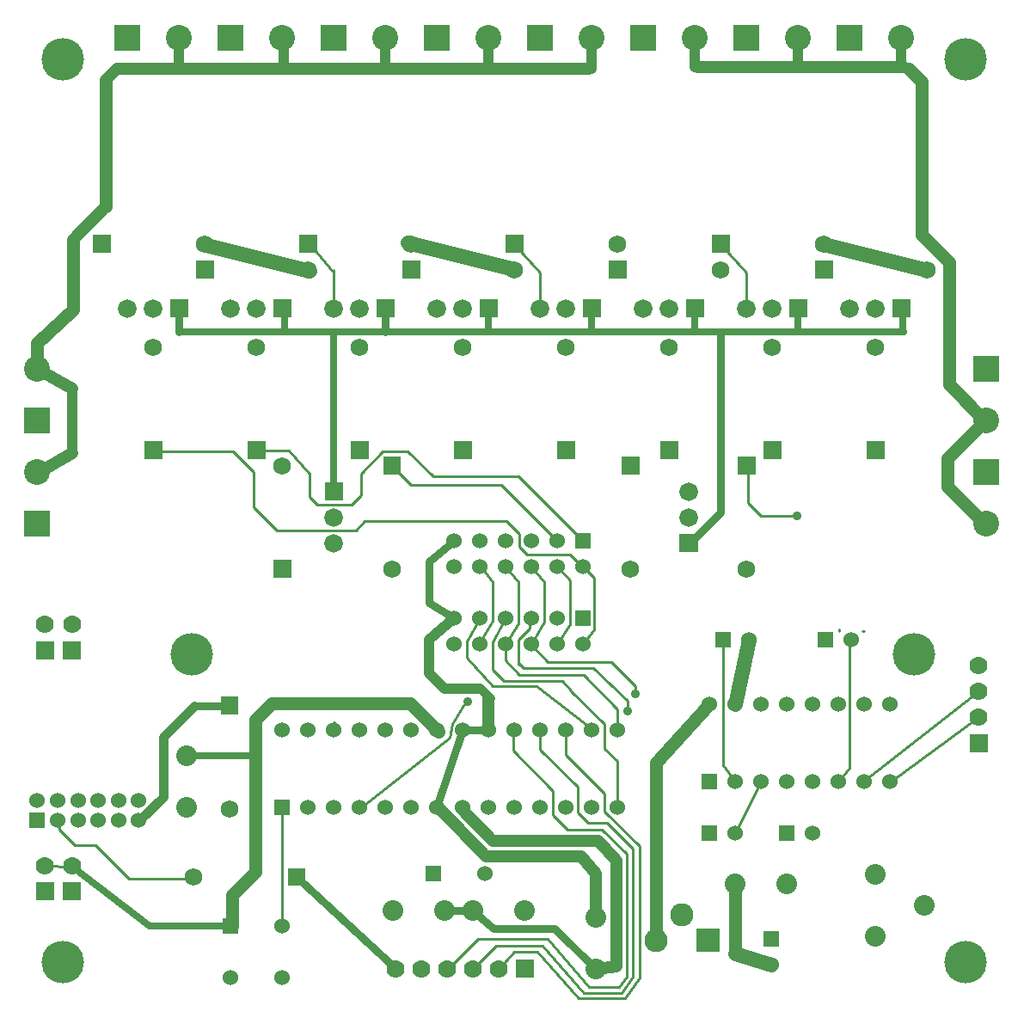
<source format=gbl>
G04 start of page 3 for group 1 idx 1 *
G04 Title: (unknown), ground *
G04 Creator: pcb 20110918 *
G04 CreationDate: Wed 30 Apr 2014 02:44:00 GMT UTC *
G04 For: ksarkies *
G04 Format: Gerber/RS-274X *
G04 PCB-Dimensions: 390000 390000 *
G04 PCB-Coordinate-Origin: lower left *
%MOIN*%
%FSLAX25Y25*%
%LNBOTTOM*%
%ADD66C,0.0280*%
%ADD65C,0.0590*%
%ADD64C,0.0394*%
%ADD63C,0.1140*%
%ADD62C,0.0280*%
%ADD61C,0.0380*%
%ADD60C,0.0420*%
%ADD59C,0.0200*%
%ADD58C,0.0360*%
%ADD57C,0.0800*%
%ADD56C,0.1000*%
%ADD55C,0.1650*%
%ADD54C,0.0700*%
%ADD53C,0.0680*%
%ADD52C,0.0720*%
%ADD51C,0.0800*%
%ADD50C,0.0900*%
%ADD49C,0.0600*%
%ADD48C,0.0001*%
%ADD47C,0.0550*%
%ADD46C,0.0400*%
%ADD45C,0.0350*%
%ADD44C,0.0500*%
%ADD43C,0.0250*%
%ADD42C,0.0300*%
%ADD41C,0.0450*%
%ADD40C,0.0100*%
G54D40*X375000Y125000D02*X330500Y90500D01*
X375000Y115000D02*X341000Y90000D01*
X325000Y95500D02*X320500Y90000D01*
X325000Y145000D02*Y95500D01*
X170000Y107000D02*X135500Y80000D01*
G54D41*X165500D02*X184000Y61000D01*
X175000Y79000D02*X186500Y67000D01*
G54D42*X185000Y110000D02*X175000D01*
G54D40*Y82000D02*Y80000D01*
G54D42*Y110000D02*X165000Y80500D01*
G54D40*X175000Y110000D02*X165000Y80500D01*
X175000Y110000D02*X165000Y80500D01*
X170000Y107000D02*X171000Y112500D01*
X175000Y80000D02*Y82000D01*
X135000Y80000D02*X135500D01*
X125000Y110000D02*Y113000D01*
Y110000D02*Y113000D01*
Y110000D01*
X105000Y80000D02*Y34000D01*
X125000Y113000D02*X125100D01*
X125000D02*X125100D01*
X125000D01*
G54D43*X94500Y100000D02*X68000D01*
G54D42*X71000Y119500D02*X85000D01*
G54D40*X85500Y119000D01*
G54D44*Y34000D02*Y46000D01*
X94500Y55000D01*
Y114000D01*
G54D40*X168000Y40000D02*X168500D01*
X168000D02*X168500D01*
X168000D01*
G54D42*X179000D02*X168500D01*
G54D40*X179000Y39000D02*X180000D01*
G54D42*X168500Y40000D02*X168000D01*
X110500Y53000D02*X149500Y17000D01*
G54D40*X169000D02*X169500D01*
G54D42*X180000Y39000D02*X187000Y33000D01*
G54D40*X188000Y26500D02*X179500Y18000D01*
X181000Y29000D02*X169000Y17000D01*
X171000Y112500D02*X175000Y119000D01*
G54D43*X85000Y34000D02*X53500D01*
G54D40*X70500Y52500D02*X45500D01*
X84500Y80000D02*Y79500D01*
X50000Y74500D02*Y75500D01*
G54D45*X59000Y84000D01*
Y106500D01*
G54D43*X53500Y34000D02*X23500Y57000D01*
G54D40*X18500Y74500D02*Y71500D01*
X24500Y65500D01*
X23500Y57000D02*X12500Y57500D01*
X45500Y52500D02*X32500Y65500D01*
X24500D01*
G54D41*X226500Y37500D02*Y54500D01*
G54D46*Y37500D02*Y54500D01*
Y37500D02*Y54500D01*
G54D41*X221000Y61000D02*X184000D01*
X221000D02*X226500Y54500D01*
G54D44*X250000Y97500D02*Y28500D01*
G54D41*X234500Y59500D02*Y18500D01*
G54D40*X238500Y62000D02*Y14500D01*
X243500Y65000D02*Y14000D01*
G54D44*X280500Y50500D02*Y23500D01*
G54D47*X294500Y19000D01*
G54D41*X234500Y18500D02*X227000Y17500D01*
G54D40*X230000Y85500D02*Y78500D01*
X243500Y65000D01*
X219500Y88000D02*Y78000D01*
X223500Y74000D01*
X231000D01*
X241000Y64000D01*
Y14500D01*
X229000Y71500D02*X238500Y62000D01*
G54D41*X186500Y67000D02*X227500D01*
X234500Y59500D01*
G54D40*X210000Y77000D02*X215500Y71500D01*
X229000D01*
X243500Y14000D02*X238000Y6000D01*
X220000D01*
X204000Y24000D01*
X222000Y8000D02*X206000Y26500D01*
X224000Y10500D02*X208000Y29000D01*
X241000Y14500D02*X236500Y8000D01*
X238500Y14500D02*X235500Y10500D01*
X236500Y8000D02*X222000D01*
X235500Y10500D02*X224000D01*
G54D42*X187000Y33000D02*X210500D01*
X227000Y17000D01*
G54D40*X204000Y24000D02*X195000D01*
X189000Y17500D01*
X206000Y26500D02*X188000D01*
X208000Y29000D02*X181000D01*
G54D45*X59000Y107500D02*X71000Y119500D01*
G54D46*X23500Y241500D02*Y217500D01*
G54D41*X11000Y210000D01*
G54D44*X94500Y114000D02*X101000Y120500D01*
G54D40*X201500Y175500D02*Y173500D01*
X197000Y186000D02*Y181000D01*
X200000Y178000D01*
X192000Y191000D02*X197000Y186000D01*
G54D42*X162000Y175500D02*Y159500D01*
Y175500D02*X171500Y183500D01*
X162000Y159500D02*X171500Y153500D01*
G54D40*X190000Y205000D02*X155000D01*
X147500Y212500D01*
X163500Y208500D02*X196500D01*
X137000Y191000D02*X192000D01*
X135500Y201000D02*Y209500D01*
X132000Y197500D02*X135500Y201000D01*
X133500Y187500D02*X137000Y191000D01*
X135500Y209500D02*X144000Y218000D01*
X153500D01*
X163500Y208500D01*
X186500Y167500D02*Y152500D01*
X181500Y174000D02*X186500Y167500D01*
X181500Y173500D02*Y174000D01*
X186500Y152500D02*X181500Y144000D01*
G54D46*X171500Y153500D02*X162000Y145000D01*
Y144500D02*Y132000D01*
G54D40*X176500Y144500D02*Y138000D01*
G54D44*X154500Y120500D02*X165500Y109500D01*
G54D40*X176500Y144500D02*X181500Y153500D01*
G54D46*X162000Y132000D02*X168000Y126000D01*
X181500D01*
G54D40*X175000Y119000D02*X176500Y121500D01*
G54D45*X181500Y126500D02*X185500Y122500D01*
G54D44*X101000Y120500D02*X154500D01*
G54D40*X176500Y138000D02*X186500Y127000D01*
X197000Y131500D02*X191500Y137000D01*
G54D44*X24000Y273000D02*X10000Y260000D01*
Y250000D01*
G54D41*X23500Y242500D01*
G54D42*X66000Y273500D02*X65000D01*
Y264500D02*Y273500D01*
G54D47*X115500Y288000D02*X75500Y298000D01*
G54D40*X115000Y298500D02*Y299500D01*
X125000Y287500D02*X115000Y299500D01*
X125000Y288500D02*Y273500D01*
G54D44*X24000Y300000D02*Y273000D01*
X36500Y362000D02*Y313000D01*
G54D41*X24000Y300000D01*
G54D46*X65000Y378500D02*Y366500D01*
X105500Y375500D02*Y366500D01*
G54D41*X65500D02*X41000D01*
X36500Y362000D01*
G54D43*X125000Y263500D02*Y202500D01*
G54D40*X95500Y218500D02*X107500D01*
X115500Y209500D01*
X94000Y196500D02*X103000Y187500D01*
X133500D01*
X115500Y209500D02*Y200500D01*
X118500Y197500D01*
X132000D01*
X55500Y218000D02*X86000D01*
X94000Y210000D01*
Y196500D01*
G54D43*X65000Y264500D02*X346000D01*
X185000D02*Y273500D01*
X225000D02*Y264500D01*
G54D40*X285000Y287500D02*Y273500D01*
X205000Y287500D02*Y273500D01*
G54D43*X265000Y264500D02*Y273500D01*
G54D47*X193500Y289000D02*X153500Y299000D01*
G54D43*X106000Y264500D02*Y273500D01*
G54D40*X205000Y287500D02*X195000Y298500D01*
G54D42*X145000Y264500D02*Y273500D01*
G54D46*X225000Y366500D02*Y378500D01*
G54D41*X224000Y366500D02*X65000D01*
G54D46*X145000Y376000D02*Y367000D01*
X185000Y375000D02*Y366000D01*
X265000Y376000D02*Y367000D01*
G54D40*X226000Y169000D02*Y149000D01*
X216500Y168000D02*Y151000D01*
X226000Y149000D02*X221500Y143500D01*
X226000Y169000D02*X221500Y173500D01*
X212000Y173000D02*X216500Y168000D01*
X211500Y173500D02*Y173000D01*
X212000D01*
X222000Y183500D02*X221500D01*
X216500Y178000D02*X221500Y173000D01*
X196500Y167500D02*X191500Y173500D01*
Y143500D02*Y137000D01*
Y153500D02*X191000Y152500D01*
X186500Y144000D01*
X196500Y151500D02*X191500Y143500D01*
X196500Y145000D02*Y139000D01*
X201500Y173500D02*X206500Y167500D01*
X200000Y178000D02*X216500D01*
X196500Y167500D02*Y151500D01*
X206500Y167500D02*Y152000D01*
X201500Y143500D01*
X211500D02*X216500Y151000D01*
X201000Y153000D02*Y149500D01*
X196500Y145000D01*
X212500Y182500D02*X190000Y205000D01*
X196500Y208500D02*X222000Y183000D01*
G54D47*X355000Y288500D02*X315000Y298500D01*
G54D43*X345000Y274000D02*X345500D01*
G54D44*X353000Y302000D02*X363500Y291500D01*
X353000Y361500D02*Y302000D01*
G54D43*X305000Y274500D02*Y265500D01*
G54D40*X285000Y287500D02*X275000Y298500D01*
G54D41*X346000Y367000D02*X266000D01*
G54D46*X305000Y376000D02*Y367000D01*
X345000Y376500D02*Y367500D01*
G54D40*X346500Y366500D02*X348000D01*
G54D44*X353000Y361500D01*
G54D42*X275000Y264000D02*Y194500D01*
X262500Y182000D01*
G54D43*X345000Y273500D02*Y274000D01*
X345500Y265000D02*Y274000D01*
G54D44*X363500Y291500D02*Y244000D01*
X378000Y229500D01*
X377500Y230000D02*X363000Y215500D01*
Y204500D01*
X378000Y189500D01*
G54D40*X285500Y211500D02*Y198000D01*
X290500Y193000D01*
X305000D01*
X330500Y148500D02*X330000D01*
X321000Y149000D02*Y148500D01*
G54D44*X270000Y119500D02*X250000Y97500D01*
G54D40*X235000Y118000D02*Y110000D01*
X239000Y121500D02*Y117500D01*
X230000Y112500D02*Y102650D01*
X235000Y98000D02*Y80000D01*
Y98000D02*X230000Y102650D01*
X215000Y100500D02*X230000Y85500D01*
X205000Y102500D02*X219500Y88000D01*
X194500Y102000D02*X210000Y86500D01*
Y77000D01*
X280500Y90000D02*X276000Y96500D01*
X290500Y90000D02*X280500Y70000D01*
G54D41*X185000Y122500D02*Y110000D01*
G54D40*X194500Y109500D02*Y102000D01*
X196500Y144500D02*Y135500D01*
X181500Y143500D02*Y144000D01*
X186500D02*Y133500D01*
X191000Y129000D01*
X213500D01*
X208000Y136500D02*X201500Y143000D01*
X198500Y134000D02*X196500Y136000D01*
X186500Y127000D02*X203500D01*
X225500Y110000D01*
X205000Y109500D02*Y102500D01*
X203500Y127000D03*
X213500Y129000D02*X217000Y125500D01*
Y125000D02*X230000Y112500D01*
X235000Y118000D02*X222000Y131500D01*
X225000Y110000D02*X225500D01*
X215000Y110500D02*Y100500D01*
X225500Y134000D02*X239000Y121500D01*
X242000Y127000D02*X232500Y136500D01*
X242000Y124000D02*Y127000D01*
X232500Y136500D02*X208000D01*
X225500Y134000D02*X198500D01*
X222000Y131500D02*X197000D01*
G54D47*X286000Y145000D02*X280500Y120000D01*
G54D40*X276000Y145000D02*Y96500D01*
G54D48*G36*
X291500Y32000D02*Y26000D01*
X297500D01*
Y32000D01*
X291500D01*
G37*
G54D49*X294500Y19000D03*
G54D48*G36*
X265500Y33000D02*Y24000D01*
X274500D01*
Y33000D01*
X265500D01*
G37*
G54D50*X260000Y38500D03*
X250000Y28500D03*
G54D51*X226500Y17500D03*
Y37500D03*
X280500Y50500D03*
X300500D03*
G54D52*X325000Y273500D03*
G54D48*G36*
X301400Y277100D02*Y269900D01*
X308600D01*
Y277100D01*
X301400D01*
G37*
G54D52*X295000Y273500D03*
G54D53*Y258500D03*
X315000Y298500D03*
G54D48*G36*
X311600Y291900D02*Y285100D01*
X318400D01*
Y291900D01*
X311600D01*
G37*
G54D52*X285000Y273500D03*
G54D48*G36*
X261400Y277100D02*Y269900D01*
X268600D01*
Y277100D01*
X261400D01*
G37*
G36*
X271600Y301900D02*Y295100D01*
X278400D01*
Y301900D01*
X271600D01*
G37*
G54D53*X275000Y288500D03*
G54D48*G36*
X331600Y221900D02*Y215100D01*
X338400D01*
Y221900D01*
X331600D01*
G37*
G36*
X291600D02*Y215100D01*
X298400D01*
Y221900D01*
X291600D01*
G37*
G36*
X251600D02*Y215100D01*
X258400D01*
Y221900D01*
X251600D01*
G37*
G54D52*X255000Y273500D03*
X245000D03*
G54D53*X255000Y258500D03*
G54D48*G36*
X231600Y291900D02*Y285100D01*
X238400D01*
Y291900D01*
X231600D01*
G37*
G54D53*X235000Y298500D03*
G54D48*G36*
X236600Y215900D02*Y209100D01*
X243400D01*
Y215900D01*
X236600D01*
G37*
G36*
X281600D02*Y209100D01*
X288400D01*
Y215900D01*
X281600D01*
G37*
G36*
X218500Y156500D02*Y150500D01*
X224500D01*
Y156500D01*
X218500D01*
G37*
G54D49*X221500Y143500D03*
X211500Y153500D03*
Y143500D03*
X201500Y153500D03*
Y143500D03*
X191500Y153500D03*
Y143500D03*
X181500Y153500D03*
Y143500D03*
X171500Y153500D03*
Y143500D03*
G54D53*X240000Y172500D03*
G54D48*G36*
X258900Y186100D02*Y178900D01*
X266100D01*
Y186100D01*
X258900D01*
G37*
G54D52*X262500Y192500D03*
Y202500D03*
G54D53*X285000Y172500D03*
G54D48*G36*
X267500Y73000D02*Y67000D01*
X273500D01*
Y73000D01*
X267500D01*
G37*
G54D49*X280500Y70000D03*
G54D48*G36*
X267500Y93000D02*Y87000D01*
X273500D01*
Y93000D01*
X267500D01*
G37*
G54D49*X280500Y90000D03*
X290500D03*
X300500D03*
X310500D03*
X320500D03*
X330500D03*
Y120000D03*
X320500D03*
X325500Y145000D03*
X310500Y120000D03*
Y70000D03*
G54D48*G36*
X312500Y148000D02*Y142000D01*
X318500D01*
Y148000D01*
X312500D01*
G37*
G54D49*X300500Y120000D03*
G54D48*G36*
X297500Y73000D02*Y67000D01*
X303500D01*
Y73000D01*
X297500D01*
G37*
G54D49*X290500Y120000D03*
X280500D03*
X270500D03*
G54D48*G36*
X273000Y148000D02*Y142000D01*
X279000D01*
Y148000D01*
X273000D01*
G37*
G54D49*X286000Y145000D03*
G54D48*G36*
X160500Y57500D02*Y51500D01*
X166500D01*
Y57500D01*
X160500D01*
G37*
G54D49*X183500Y54500D03*
X155000Y80000D03*
X165000D03*
G54D51*X168000Y40000D03*
G54D54*X169000Y17500D03*
X159000D03*
G54D51*X179000Y40000D03*
G54D54*Y17500D03*
G54D51*X199000Y40000D03*
G54D48*G36*
X195500Y21000D02*Y14000D01*
X202500D01*
Y21000D01*
X195500D01*
G37*
G54D54*X189000Y17500D03*
G54D48*G36*
X82000Y37000D02*Y31000D01*
X88000D01*
Y37000D01*
X82000D01*
G37*
G54D49*X105000Y34000D03*
Y14000D03*
X85000D03*
G54D48*G36*
X107100Y56400D02*Y49600D01*
X113900D01*
Y56400D01*
X107100D01*
G37*
G36*
X102000Y83000D02*Y77000D01*
X108000D01*
Y83000D01*
X102000D01*
G37*
G54D49*X115000Y80000D03*
X125000D03*
X135000D03*
X145000D03*
G54D51*X148000Y40000D03*
G54D54*X149000Y17500D03*
G54D55*X20000Y20000D03*
G54D49*X33622Y75000D03*
G54D48*G36*
X20000Y51000D02*Y44000D01*
X27000D01*
Y51000D01*
X20000D01*
G37*
G54D54*X23500Y57500D03*
G54D48*G36*
X9500Y51000D02*Y44000D01*
X16500D01*
Y51000D01*
X9500D01*
G37*
G54D54*X13000Y57500D03*
G54D49*X41496Y75000D03*
X49370D03*
X175000Y80000D03*
X185000D03*
X195000D03*
X205000D03*
X215000D03*
X225000D03*
X235000D03*
Y110000D03*
X225000D03*
X215000D03*
X205000D03*
X195000D03*
X185000D03*
X175000D03*
X165000D03*
X155000D03*
X145000D03*
X135000D03*
X125000D03*
X115000D03*
X105000D03*
G54D51*X68000Y100000D03*
G54D48*G36*
X81100Y122900D02*Y116100D01*
X87900D01*
Y122900D01*
X81100D01*
G37*
G54D55*X70000Y139500D03*
G54D48*G36*
X20000Y144500D02*Y137500D01*
X27000D01*
Y144500D01*
X20000D01*
G37*
G54D54*X23500Y151000D03*
G54D48*G36*
X9500Y144500D02*Y137500D01*
X16500D01*
Y144500D01*
X9500D01*
G37*
G54D54*X13000Y151000D03*
G54D51*X68000Y80000D03*
G54D53*X70500Y53000D03*
X84500Y79500D03*
G54D48*G36*
X7000Y78000D02*Y72000D01*
X13000D01*
Y78000D01*
X7000D01*
G37*
G54D49*X10000Y82874D03*
X17874Y75000D03*
Y82874D03*
X25748Y75000D03*
Y82874D03*
X33622D03*
X41496D03*
X49370D03*
G54D48*G36*
X5000Y195000D02*Y185000D01*
X15000D01*
Y195000D01*
X5000D01*
G37*
G54D56*X10000Y210000D03*
G54D48*G36*
X121400Y206100D02*Y198900D01*
X128600D01*
Y206100D01*
X121400D01*
G37*
G54D52*X125000Y192500D03*
Y182500D03*
G54D48*G36*
X101600Y175900D02*Y169100D01*
X108400D01*
Y175900D01*
X101600D01*
G37*
G54D53*X105000Y212500D03*
G54D48*G36*
X5000Y235000D02*Y225000D01*
X15000D01*
Y235000D01*
X5000D01*
G37*
G54D56*X10000Y250000D03*
G54D48*G36*
X61400Y277100D02*Y269900D01*
X68600D01*
Y277100D01*
X61400D01*
G37*
G54D52*X55000Y273500D03*
X45000D03*
G54D48*G36*
X101400Y277100D02*Y269900D01*
X108600D01*
Y277100D01*
X101400D01*
G37*
G54D52*X95000Y273500D03*
X85000D03*
G54D48*G36*
X141400Y277100D02*Y269900D01*
X148600D01*
Y277100D01*
X141400D01*
G37*
G54D52*X175000Y273500D03*
X165000D03*
X135000D03*
X125000D03*
G54D48*G36*
X71600Y291900D02*Y285100D01*
X78400D01*
Y291900D01*
X71600D01*
G37*
G36*
X31600Y301900D02*Y295100D01*
X38400D01*
Y301900D01*
X31600D01*
G37*
G54D53*X75000Y298500D03*
X115000Y288500D03*
G54D48*G36*
X111600Y301900D02*Y295100D01*
X118400D01*
Y301900D01*
X111600D01*
G37*
G54D53*X155000Y298500D03*
G54D48*G36*
X191600Y301900D02*Y295100D01*
X198400D01*
Y301900D01*
X191600D01*
G37*
G36*
X151600Y291900D02*Y285100D01*
X158400D01*
Y291900D01*
X151600D01*
G37*
G54D53*X195000Y288500D03*
G54D48*G36*
X181400Y277100D02*Y269900D01*
X188600D01*
Y277100D01*
X181400D01*
G37*
G36*
X221400D02*Y269900D01*
X228600D01*
Y277100D01*
X221400D01*
G37*
G54D52*X215000Y273500D03*
X205000D03*
G54D48*G36*
X40000Y383500D02*Y373500D01*
X50000D01*
Y383500D01*
X40000D01*
G37*
G54D56*X65000Y378500D03*
G54D48*G36*
X80000Y383500D02*Y373500D01*
X90000D01*
Y383500D01*
X80000D01*
G37*
G54D56*X105000Y378500D03*
G54D48*G36*
X120000Y383500D02*Y373500D01*
X130000D01*
Y383500D01*
X120000D01*
G37*
G54D56*X145000Y378500D03*
G54D48*G36*
X160000Y383500D02*Y373500D01*
X170000D01*
Y383500D01*
X160000D01*
G37*
G54D55*X20000Y370000D03*
G54D56*X185000Y378500D03*
G54D48*G36*
X200000Y383500D02*Y373500D01*
X210000D01*
Y383500D01*
X200000D01*
G37*
G54D56*X225000Y378500D03*
G54D48*G36*
X280000Y383500D02*Y373500D01*
X290000D01*
Y383500D01*
X280000D01*
G37*
G54D56*X305000Y378500D03*
G54D48*G36*
X320000Y383500D02*Y373500D01*
X330000D01*
Y383500D01*
X320000D01*
G37*
G54D56*X345000Y378500D03*
G54D48*G36*
X240000Y383500D02*Y373500D01*
X250000D01*
Y383500D01*
X240000D01*
G37*
G54D56*X265000Y378500D03*
G54D55*X370000Y370000D03*
G54D48*G36*
X211600Y221900D02*Y215100D01*
X218400D01*
Y221900D01*
X211600D01*
G37*
G54D53*X215000Y258500D03*
X175000D03*
X135000D03*
X95000D03*
X55000D03*
G54D48*G36*
X171600Y221900D02*Y215100D01*
X178400D01*
Y221900D01*
X171600D01*
G37*
G36*
X131600D02*Y215100D01*
X138400D01*
Y221900D01*
X131600D01*
G37*
G36*
X91600D02*Y215100D01*
X98400D01*
Y221900D01*
X91600D01*
G37*
G36*
X51600D02*Y215100D01*
X58400D01*
Y221900D01*
X51600D01*
G37*
G36*
X144100Y215900D02*Y209100D01*
X150900D01*
Y215900D01*
X144100D01*
G37*
G36*
X218500Y186500D02*Y180500D01*
X224500D01*
Y186500D01*
X218500D01*
G37*
G54D49*X221500Y173500D03*
X211500Y183500D03*
Y173500D03*
X201500Y183500D03*
Y173500D03*
X191500Y183500D03*
X181500D03*
X171500D03*
X191500Y173500D03*
X181500D03*
X171500D03*
G54D53*X147500Y172500D03*
G54D48*G36*
X371500Y108500D02*Y101500D01*
X378500D01*
Y108500D01*
X371500D01*
G37*
G54D54*X375000Y115000D03*
Y125000D03*
Y135000D03*
G54D56*X378000Y190000D03*
G54D48*G36*
X373000Y255000D02*Y245000D01*
X383000D01*
Y255000D01*
X373000D01*
G37*
G54D56*X378000Y230000D03*
G54D48*G36*
X373000Y215000D02*Y205000D01*
X383000D01*
Y215000D01*
X373000D01*
G37*
G36*
X341400Y277100D02*Y269900D01*
X348600D01*
Y277100D01*
X341400D01*
G37*
G54D52*X335000Y273500D03*
G54D53*Y258500D03*
X355000Y288500D03*
G54D55*X370000Y20000D03*
G54D57*X335000Y54000D03*
X354000Y41900D03*
X335000Y30000D03*
G54D49*X340500Y90000D03*
Y120000D03*
G54D55*X350000Y139500D03*
G54D58*X239000Y117500D03*
X242000Y124000D03*
X304500Y193000D03*
X177000Y121000D03*
G54D59*G54D42*G54D49*G54D45*G54D60*G54D61*G54D60*G54D61*G54D60*G54D61*G54D60*G54D61*G54D42*G54D62*G54D42*G54D62*G54D42*G54D62*G54D42*G54D62*G54D42*G54D62*G54D45*G54D62*G54D45*G54D62*G54D45*G54D62*G54D61*G54D62*G54D45*G54D62*G54D63*G54D64*G54D62*G54D64*G54D62*G54D45*G54D61*G54D63*G54D62*G54D45*G54D61*G54D64*G54D65*G54D60*G54D61*G54D65*G54D60*G54D61*G54D60*G54D65*G54D63*G54D65*G54D63*G54D61*G54D62*G54D65*G54D60*G54D61*G54D63*G54D66*G54D62*G54D63*M02*

</source>
